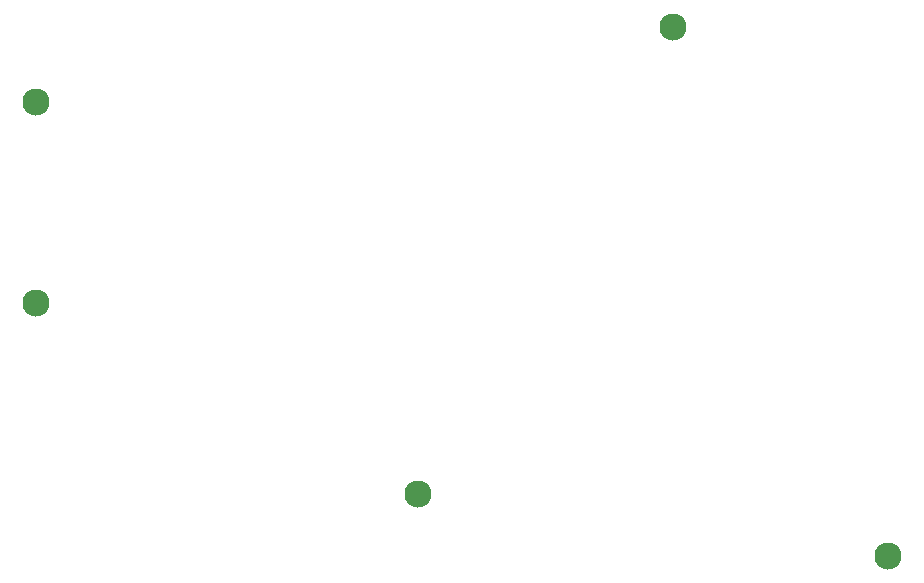
<source format=gbr>
%TF.GenerationSoftware,KiCad,Pcbnew,8.0.1*%
%TF.CreationDate,2025-01-01T02:00:10+09:00*%
%TF.ProjectId,frontplate,66726f6e-7470-46c6-9174-652e6b696361,0.2*%
%TF.SameCoordinates,Original*%
%TF.FileFunction,Soldermask,Bot*%
%TF.FilePolarity,Negative*%
%FSLAX46Y46*%
G04 Gerber Fmt 4.6, Leading zero omitted, Abs format (unit mm)*
G04 Created by KiCad (PCBNEW 8.0.1) date 2025-01-01 02:00:10*
%MOMM*%
%LPD*%
G01*
G04 APERTURE LIST*
%ADD10C,2.300000*%
G04 APERTURE END LIST*
D10*
%TO.C,MH5*%
X181186589Y-112888004D03*
%TD*%
%TO.C,MH4*%
X141400000Y-107650000D03*
%TD*%
%TO.C,MH3*%
X163000000Y-68125000D03*
%TD*%
%TO.C,MH2*%
X109000000Y-91500000D03*
%TD*%
%TO.C,MH1*%
X109000000Y-74500000D03*
%TD*%
M02*

</source>
